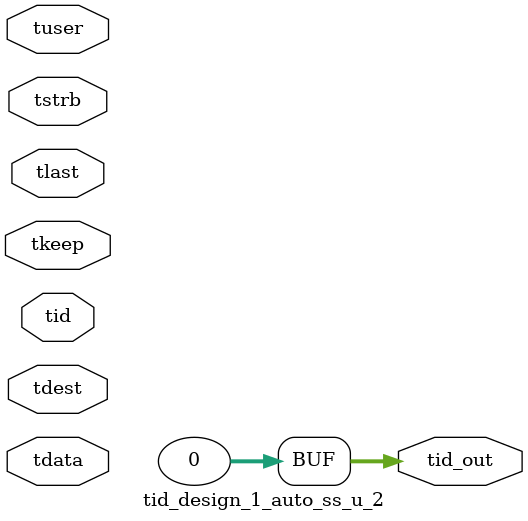
<source format=v>


`timescale 1ps/1ps

module tid_design_1_auto_ss_u_2 #
(
parameter C_S_AXIS_TID_WIDTH   = 1,
parameter C_S_AXIS_TUSER_WIDTH = 0,
parameter C_S_AXIS_TDATA_WIDTH = 0,
parameter C_S_AXIS_TDEST_WIDTH = 0,
parameter C_M_AXIS_TID_WIDTH   = 32
)
(
input  [(C_S_AXIS_TID_WIDTH   == 0 ? 1 : C_S_AXIS_TID_WIDTH)-1:0       ] tid,
input  [(C_S_AXIS_TDATA_WIDTH == 0 ? 1 : C_S_AXIS_TDATA_WIDTH)-1:0     ] tdata,
input  [(C_S_AXIS_TUSER_WIDTH == 0 ? 1 : C_S_AXIS_TUSER_WIDTH)-1:0     ] tuser,
input  [(C_S_AXIS_TDEST_WIDTH == 0 ? 1 : C_S_AXIS_TDEST_WIDTH)-1:0     ] tdest,
input  [(C_S_AXIS_TDATA_WIDTH/8)-1:0 ] tkeep,
input  [(C_S_AXIS_TDATA_WIDTH/8)-1:0 ] tstrb,
input                                                                    tlast,
output [(C_M_AXIS_TID_WIDTH   == 0 ? 1 : C_M_AXIS_TID_WIDTH)-1:0       ] tid_out
);

assign tid_out = {1'b0};

endmodule


</source>
